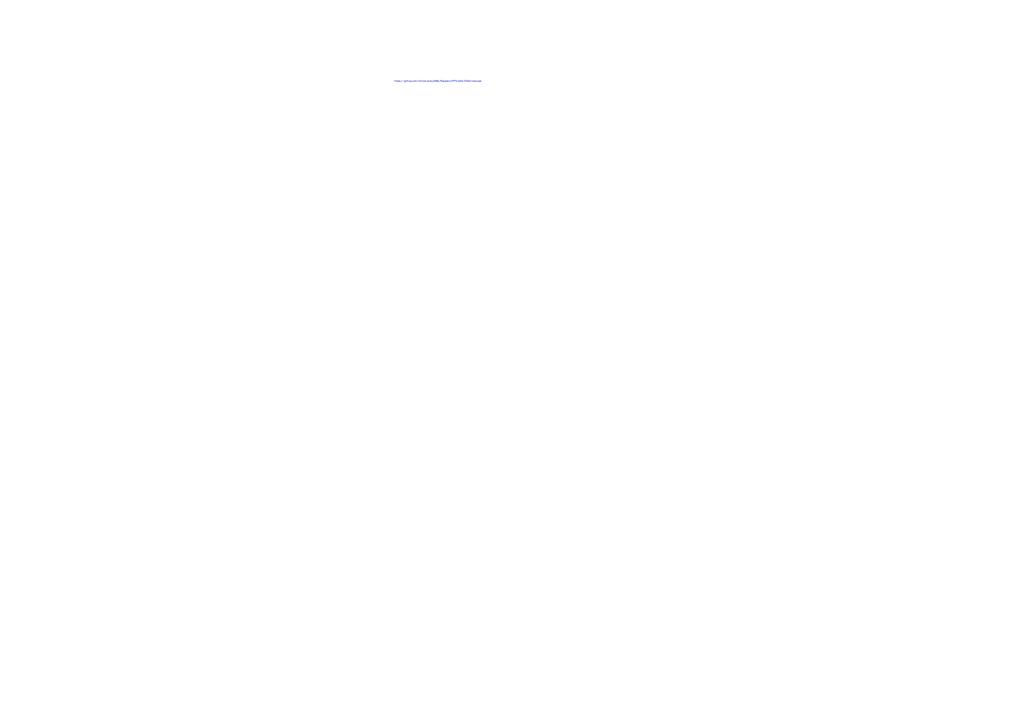
<source format=kicad_sch>
(kicad_sch
	(version 20231120)
	(generator "eeschema")
	(generator_version "8.0")
	(uuid "a1f67120-7b66-4690-84b0-67c2f83a9f6a")
	(paper "A1")
	(lib_symbols)
	(text "https://github.com/siliconvalley4066/RaspberryPiPicoWOLEDOscilloscope"
		(exclude_from_sim no)
		(at 359.664 66.802 0)
		(effects
			(font
				(size 1.27 1.27)
			)
		)
		(uuid "96fede89-0a33-4dbe-a0c1-9f23c2c3b8e7")
	)
)

</source>
